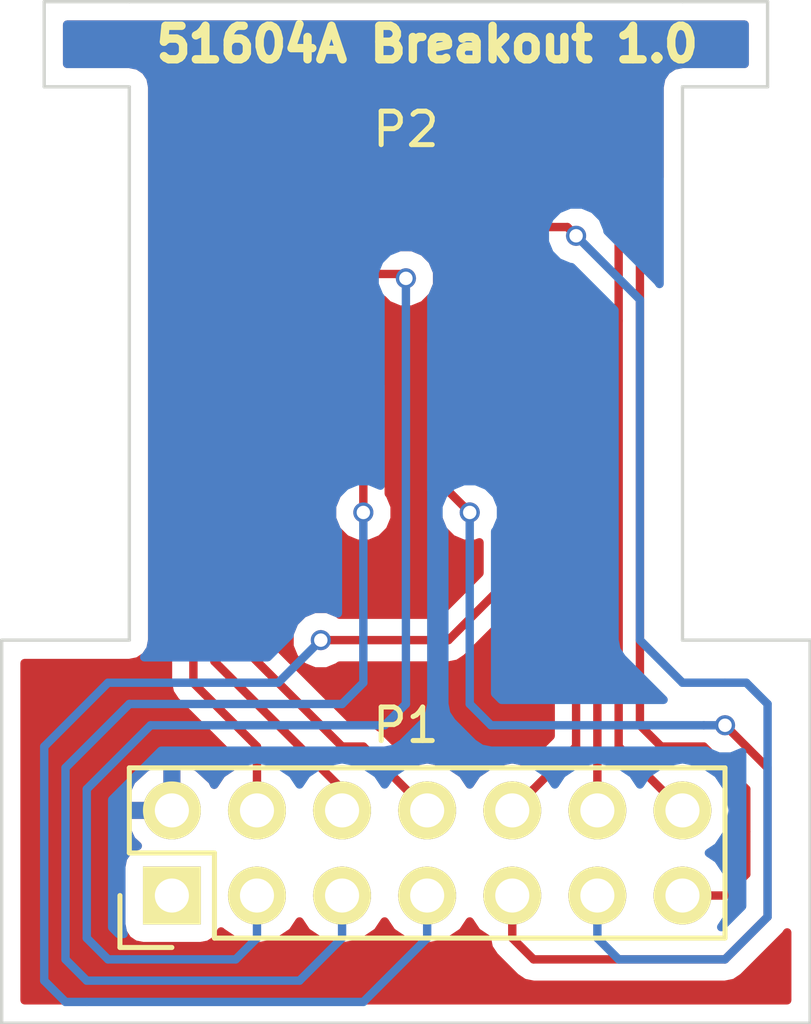
<source format=kicad_pcb>
(kicad_pcb (version 4) (host pcbnew 0.201506122246+5743~23~ubuntu14.04.1-product)

  (general
    (links 13)
    (no_connects 0)
    (area 31.086667 32.969999 58.470001 63.550001)
    (thickness 1.6)
    (drawings 15)
    (tracks 129)
    (zones 0)
    (modules 2)
    (nets 15)
  )

  (page A4)
  (layers
    (0 F.Cu signal)
    (31 B.Cu signal)
    (32 B.Adhes user)
    (33 F.Adhes user)
    (34 B.Paste user)
    (35 F.Paste user)
    (36 B.SilkS user)
    (37 F.SilkS user)
    (38 B.Mask user)
    (39 F.Mask user)
    (40 Dwgs.User user)
    (41 Cmts.User user)
    (42 Eco1.User user)
    (43 Eco2.User user)
    (44 Edge.Cuts user)
    (45 Margin user)
    (46 B.CrtYd user)
    (47 F.CrtYd user)
    (48 B.Fab user)
    (49 F.Fab user)
  )

  (setup
    (last_trace_width 0.25)
    (trace_clearance 0.2)
    (zone_clearance 0.508)
    (zone_45_only no)
    (trace_min 0.2)
    (segment_width 0.2)
    (edge_width 0.1)
    (via_size 0.6)
    (via_drill 0.4)
    (via_min_size 0.4)
    (via_min_drill 0.3)
    (uvia_size 0.3)
    (uvia_drill 0.1)
    (uvias_allowed no)
    (uvia_min_size 0.2)
    (uvia_min_drill 0.1)
    (pcb_text_width 0.3)
    (pcb_text_size 1.5 1.5)
    (mod_edge_width 0.15)
    (mod_text_size 1 1)
    (mod_text_width 0.15)
    (pad_size 1.5 1.5)
    (pad_drill 0.6)
    (pad_to_mask_clearance 0)
    (aux_axis_origin 0 0)
    (visible_elements FFFFFF7F)
    (pcbplotparams
      (layerselection 0x00000_00000001)
      (usegerberextensions false)
      (excludeedgelayer false)
      (linewidth 0.100000)
      (plotframeref false)
      (viasonmask false)
      (mode 1)
      (useauxorigin false)
      (hpglpennumber 1)
      (hpglpenspeed 20)
      (hpglpendiameter 15)
      (hpglpenoverlay 2)
      (psnegative false)
      (psa4output false)
      (plotreference true)
      (plotvalue true)
      (plotinvisibletext false)
      (padsonsilk false)
      (subtractmaskfromsilk false)
      (outputformat 4)
      (mirror false)
      (drillshape 0)
      (scaleselection 1)
      (outputdirectory ""))
  )

  (net 0 "")
  (net 1 "Net-(P1-Pad1)")
  (net 2 /VCC)
  (net 3 "Net-(P1-Pad3)")
  (net 4 "Net-(P1-Pad4)")
  (net 5 "Net-(P1-Pad5)")
  (net 6 "Net-(P1-Pad6)")
  (net 7 "Net-(P1-Pad7)")
  (net 8 "Net-(P1-Pad8)")
  (net 9 "Net-(P1-Pad9)")
  (net 10 "Net-(P1-Pad10)")
  (net 11 "Net-(P1-Pad11)")
  (net 12 "Net-(P1-Pad12)")
  (net 13 "Net-(P1-Pad13)")
  (net 14 "Net-(P1-Pad14)")

  (net_class Default "This is the default net class."
    (clearance 0.2)
    (trace_width 0.25)
    (via_dia 0.6)
    (via_drill 0.4)
    (uvia_dia 0.3)
    (uvia_drill 0.1)
    (add_net "Net-(P1-Pad1)")
    (add_net "Net-(P1-Pad10)")
    (add_net "Net-(P1-Pad11)")
    (add_net "Net-(P1-Pad12)")
    (add_net "Net-(P1-Pad13)")
    (add_net "Net-(P1-Pad14)")
    (add_net "Net-(P1-Pad3)")
    (add_net "Net-(P1-Pad4)")
    (add_net "Net-(P1-Pad5)")
    (add_net "Net-(P1-Pad6)")
    (add_net "Net-(P1-Pad7)")
    (add_net "Net-(P1-Pad8)")
    (add_net "Net-(P1-Pad9)")
  )

  (net_class VCC ""
    (clearance 0.2)
    (trace_width 0.5)
    (via_dia 0.6)
    (via_drill 0.4)
    (uvia_dia 0.3)
    (uvia_drill 0.1)
    (add_net /VCC)
  )

  (module Pin_Headers:Pin_Header_Straight_2x07 (layer F.Cu) (tedit 55842672) (tstamp 5583F767)
    (at 39.37 59.69 90)
    (descr "Through hole pin header")
    (tags "pin header")
    (path /5582B2A2)
    (fp_text reference P1 (at 5.08 6.985 180) (layer F.SilkS)
      (effects (font (size 1 1) (thickness 0.15)))
    )
    (fp_text value CONN_02X07 (at 1.905 -3.175 90) (layer F.Fab)
      (effects (font (size 1 1) (thickness 0.15)))
    )
    (fp_line (start -1.75 -1.75) (end -1.75 17) (layer F.CrtYd) (width 0.05))
    (fp_line (start 4.3 -1.75) (end 4.3 17) (layer F.CrtYd) (width 0.05))
    (fp_line (start -1.75 -1.75) (end 4.3 -1.75) (layer F.CrtYd) (width 0.05))
    (fp_line (start -1.75 17) (end 4.3 17) (layer F.CrtYd) (width 0.05))
    (fp_line (start 3.81 16.51) (end 3.81 -1.27) (layer F.SilkS) (width 0.15))
    (fp_line (start -1.27 1.27) (end -1.27 16.51) (layer F.SilkS) (width 0.15))
    (fp_line (start 3.81 16.51) (end -1.27 16.51) (layer F.SilkS) (width 0.15))
    (fp_line (start 3.81 -1.27) (end 1.27 -1.27) (layer F.SilkS) (width 0.15))
    (fp_line (start 0 -1.55) (end -1.55 -1.55) (layer F.SilkS) (width 0.15))
    (fp_line (start 1.27 -1.27) (end 1.27 1.27) (layer F.SilkS) (width 0.15))
    (fp_line (start 1.27 1.27) (end -1.27 1.27) (layer F.SilkS) (width 0.15))
    (fp_line (start -1.55 -1.55) (end -1.55 0) (layer F.SilkS) (width 0.15))
    (pad 1 thru_hole rect (at 0 0 90) (size 1.7272 1.7272) (drill 1.016) (layers *.Cu *.Mask F.SilkS)
      (net 1 "Net-(P1-Pad1)"))
    (pad 2 thru_hole oval (at 2.54 0 90) (size 1.7272 1.7272) (drill 1.016) (layers *.Cu *.Mask F.SilkS)
      (net 2 /VCC))
    (pad 3 thru_hole oval (at 0 2.54 90) (size 1.7272 1.7272) (drill 1.016) (layers *.Cu *.Mask F.SilkS)
      (net 3 "Net-(P1-Pad3)"))
    (pad 4 thru_hole oval (at 2.54 2.54 90) (size 1.7272 1.7272) (drill 1.016) (layers *.Cu *.Mask F.SilkS)
      (net 4 "Net-(P1-Pad4)"))
    (pad 5 thru_hole oval (at 0 5.08 90) (size 1.7272 1.7272) (drill 1.016) (layers *.Cu *.Mask F.SilkS)
      (net 5 "Net-(P1-Pad5)"))
    (pad 6 thru_hole oval (at 2.54 5.08 90) (size 1.7272 1.7272) (drill 1.016) (layers *.Cu *.Mask F.SilkS)
      (net 6 "Net-(P1-Pad6)"))
    (pad 7 thru_hole oval (at 0 7.62 90) (size 1.7272 1.7272) (drill 1.016) (layers *.Cu *.Mask F.SilkS)
      (net 7 "Net-(P1-Pad7)"))
    (pad 8 thru_hole oval (at 2.54 7.62 90) (size 1.7272 1.7272) (drill 1.016) (layers *.Cu *.Mask F.SilkS)
      (net 8 "Net-(P1-Pad8)"))
    (pad 9 thru_hole oval (at 0 10.16 90) (size 1.7272 1.7272) (drill 1.016) (layers *.Cu *.Mask F.SilkS)
      (net 9 "Net-(P1-Pad9)"))
    (pad 10 thru_hole oval (at 2.54 10.16 90) (size 1.7272 1.7272) (drill 1.016) (layers *.Cu *.Mask F.SilkS)
      (net 10 "Net-(P1-Pad10)"))
    (pad 11 thru_hole oval (at 0 12.7 90) (size 1.7272 1.7272) (drill 1.016) (layers *.Cu *.Mask F.SilkS)
      (net 11 "Net-(P1-Pad11)"))
    (pad 12 thru_hole oval (at 2.54 12.7 90) (size 1.7272 1.7272) (drill 1.016) (layers *.Cu *.Mask F.SilkS)
      (net 12 "Net-(P1-Pad12)"))
    (pad 13 thru_hole oval (at 0 15.24 90) (size 1.7272 1.7272) (drill 1.016) (layers *.Cu *.Mask F.SilkS)
      (net 13 "Net-(P1-Pad13)"))
    (pad 14 thru_hole oval (at 2.54 15.24 90) (size 1.7272 1.7272) (drill 1.016) (layers *.Cu *.Mask F.SilkS)
      (net 14 "Net-(P1-Pad14)"))
    (model Pin_Headers.3dshapes/Pin_Header_Straight_2x07.wrl
      (at (xyz 0.05 -0.3 0))
      (scale (xyz 1 1 1))
      (rotate (xyz 0 0 90))
    )
  )

  (module myParts:SpringContact (layer F.Cu) (tedit 55842667) (tstamp 5583F778)
    (at 44.45 45.72)
    (path /5582DC46)
    (fp_text reference P2 (at 1.905 -8.89) (layer F.SilkS)
      (effects (font (size 1 1) (thickness 0.15)))
    )
    (fp_text value Printhead (at 1.905 1.27) (layer F.Fab)
      (effects (font (size 1 1) (thickness 0.15)))
    )
    (pad 5 smd rect (at -1.05 -0.375) (size 2.1 0.75) (layers F.Cu F.Paste F.Mask)
      (net 8 "Net-(P1-Pad8)"))
    (pad 4 smd rect (at -1.05 -1.775) (size 2.1 0.75) (layers F.Cu F.Paste F.Mask)
      (net 5 "Net-(P1-Pad5)"))
    (pad 3 smd rect (at -1.05 -3.175) (size 2.1 0.75) (layers F.Cu F.Paste F.Mask)
      (net 6 "Net-(P1-Pad6)"))
    (pad 2 smd rect (at -1.05 -4.575) (size 2.1 0.75) (layers F.Cu F.Paste F.Mask)
      (net 3 "Net-(P1-Pad3)"))
    (pad 1 smd rect (at -1.05 -5.975) (size 2.1 0.75) (layers F.Cu F.Paste F.Mask)
      (net 4 "Net-(P1-Pad4)"))
    (pad 13 smd rect (at -1.05 -7.575) (size 2.1 0.75) (layers F.Cu F.Paste F.Mask)
      (net 2 /VCC))
    (pad 12 smd rect (at 4.86 -8.775) (size 2.1 0.75) (layers F.Cu F.Paste F.Mask)
      (net 13 "Net-(P1-Pad13)"))
    (pad 6 smd rect (at 4.86 -0.375) (size 2.1 0.75) (layers F.Cu F.Paste F.Mask)
      (net 7 "Net-(P1-Pad7)"))
    (pad 7 smd rect (at 4.86 -1.775) (size 2.1 0.75) (layers F.Cu F.Paste F.Mask)
      (net 10 "Net-(P1-Pad10)"))
    (pad 8 smd rect (at 4.86 -3.175) (size 2.1 0.75) (layers F.Cu F.Paste F.Mask)
      (net 9 "Net-(P1-Pad9)"))
    (pad 9 smd rect (at 4.86 -4.575) (size 2.1 0.75) (layers F.Cu F.Paste F.Mask)
      (net 12 "Net-(P1-Pad12)"))
    (pad 10 smd rect (at 4.86 -5.975) (size 2.1 0.75) (layers F.Cu F.Paste F.Mask)
      (net 11 "Net-(P1-Pad11)"))
    (pad 11 smd rect (at 4.86 -7.375) (size 2.1 0.75) (layers F.Cu F.Paste F.Mask)
      (net 14 "Net-(P1-Pad14)"))
  )

  (gr_text "51604A Breakout 1.0" (at 46.99 34.29) (layer F.SilkS)
    (effects (font (size 1 1) (thickness 0.25)))
  )
  (gr_line (start 57.15 33.02) (end 54.61 33.02) (angle 90) (layer Edge.Cuts) (width 0.1))
  (gr_line (start 57.15 35.56) (end 57.15 33.02) (angle 90) (layer Edge.Cuts) (width 0.1))
  (gr_line (start 54.61 35.56) (end 57.15 35.56) (angle 90) (layer Edge.Cuts) (width 0.1))
  (gr_line (start 35.56 33.02) (end 38.1 33.02) (angle 90) (layer Edge.Cuts) (width 0.1))
  (gr_line (start 35.56 35.56) (end 35.56 33.02) (angle 90) (layer Edge.Cuts) (width 0.1))
  (gr_line (start 38.1 35.56) (end 35.56 35.56) (angle 90) (layer Edge.Cuts) (width 0.1))
  (gr_line (start 38.1 35.56) (end 38.1 52.07) (angle 90) (layer Edge.Cuts) (width 0.1))
  (gr_line (start 54.61 35.56) (end 54.61 52.07) (angle 90) (layer Edge.Cuts) (width 0.1))
  (gr_line (start 58.42 52.07) (end 58.42 63.5) (angle 90) (layer Edge.Cuts) (width 0.1))
  (gr_line (start 54.61 52.07) (end 58.42 52.07) (angle 90) (layer Edge.Cuts) (width 0.1))
  (gr_line (start 34.29 52.07) (end 38.1 52.07) (angle 90) (layer Edge.Cuts) (width 0.1))
  (gr_line (start 34.29 63.5) (end 34.29 52.07) (angle 90) (layer Edge.Cuts) (width 0.1))
  (gr_line (start 58.42 63.5) (end 34.29 63.5) (angle 90) (layer Edge.Cuts) (width 0.1))
  (gr_line (start 38.1 33.02) (end 54.61 33.02) (angle 90) (layer Edge.Cuts) (width 0.1))

  (segment (start 43.4 41.145) (end 43.53 41.275) (width 0.25) (layer F.Cu) (net 3))
  (segment (start 46.225 41.145) (end 43.4 41.145) (width 0.25) (layer F.Cu) (net 3) (tstamp 55842510))
  (segment (start 45.72 54.61) (end 46.355 53.975) (width 0.25) (layer B.Cu) (net 3))
  (segment (start 43.815 54.61) (end 45.72 54.61) (width 0.25) (layer B.Cu) (net 3) (tstamp 558419B4))
  (segment (start 41.91 59.69) (end 41.91 60.96) (width 0.25) (layer B.Cu) (net 3))
  (segment (start 36.83 56.515) (end 38.735 54.61) (width 0.25) (layer B.Cu) (net 3) (tstamp 558418DF))
  (segment (start 36.83 60.96) (end 36.83 56.515) (width 0.25) (layer B.Cu) (net 3) (tstamp 558418DD))
  (segment (start 37.465 61.595) (end 36.83 60.96) (width 0.25) (layer B.Cu) (net 3) (tstamp 558418DC))
  (segment (start 38.1 61.595) (end 37.465 61.595) (width 0.25) (layer B.Cu) (net 3) (tstamp 558418DB))
  (segment (start 41.275 61.595) (end 38.1 61.595) (width 0.25) (layer B.Cu) (net 3) (tstamp 558418D9))
  (segment (start 41.91 60.96) (end 41.275 61.595) (width 0.25) (layer B.Cu) (net 3) (tstamp 558418D8))
  (segment (start 38.735 54.61) (end 43.815 54.61) (width 0.25) (layer B.Cu) (net 3))
  (via (at 46.355 41.275) (size 0.6) (layers F.Cu B.Cu) (net 3))
  (segment (start 46.355 53.975) (end 46.355 41.275) (width 0.25) (layer B.Cu) (net 3) (tstamp 55841BCA))
  (segment (start 46.355 41.275) (end 46.225 41.145) (width 0.25) (layer F.Cu) (net 3))
  (segment (start 43.66 40.005) (end 43.4 39.745) (width 0.25) (layer F.Cu) (net 4) (tstamp 55840A6E))
  (segment (start 40.012502 53.347502) (end 40.012502 41.267498) (width 0.25) (layer F.Cu) (net 4) (tstamp 5584177F))
  (segment (start 40.012502 41.267498) (end 40.64 40.64) (width 0.25) (layer F.Cu) (net 4) (tstamp 55841784))
  (segment (start 41.275 40.005) (end 41.535 39.745) (width 0.25) (layer F.Cu) (net 4))
  (segment (start 41.91 55.245) (end 40.64 53.975) (width 0.25) (layer F.Cu) (net 4) (tstamp 55841684))
  (segment (start 40.64 40.64) (end 41.275 40.005) (width 0.25) (layer F.Cu) (net 4) (tstamp 5584168C))
  (segment (start 41.91 55.245) (end 41.91 57.15) (width 0.25) (layer F.Cu) (net 4))
  (segment (start 43.4 39.745) (end 41.535 39.745) (width 0.25) (layer F.Cu) (net 4) (tstamp 558416AC))
  (segment (start 40.64 53.975) (end 40.012502 53.347502) (width 0.25) (layer F.Cu) (net 4))
  (segment (start 43.945 43.945) (end 43.4 43.945) (width 0.25) (layer F.Cu) (net 5) (tstamp 55841C28))
  (segment (start 45.085 53.34) (end 45.085 48.26) (width 0.25) (layer B.Cu) (net 5) (tstamp 558424D2))
  (segment (start 36.195 55.88) (end 38.1 53.975) (width 0.25) (layer B.Cu) (net 5))
  (segment (start 44.58 43.945) (end 43.4 43.945) (width 0.25) (layer F.Cu) (net 5) (tstamp 55841C31))
  (segment (start 45.085 44.45) (end 45.085 45.085) (width 0.25) (layer F.Cu) (net 5))
  (segment (start 44.45 60.96) (end 43.18 62.23) (width 0.25) (layer B.Cu) (net 5) (tstamp 558419E3))
  (segment (start 43.18 62.23) (end 37.465 62.23) (width 0.25) (layer B.Cu) (net 5) (tstamp 558419E4))
  (segment (start 37.465 62.23) (end 36.83 62.23) (width 0.25) (layer B.Cu) (net 5) (tstamp 558419E5))
  (segment (start 36.83 62.23) (end 36.195 61.595) (width 0.25) (layer B.Cu) (net 5) (tstamp 558419E6))
  (segment (start 36.195 61.595) (end 36.195 55.88) (width 0.25) (layer B.Cu) (net 5) (tstamp 558419E7))
  (segment (start 44.45 59.69) (end 44.45 60.96) (width 0.25) (layer B.Cu) (net 5))
  (segment (start 45.085 48.26) (end 45.085 45.085) (width 0.25) (layer F.Cu) (net 5) (tstamp 55841C25))
  (via (at 45.085 48.26) (size 0.6) (layers F.Cu B.Cu) (net 5))
  (segment (start 45.085 44.45) (end 44.58 43.945) (width 0.25) (layer F.Cu) (net 5))
  (segment (start 42.995002 53.975) (end 44.45 53.975) (width 0.25) (layer B.Cu) (net 5) (tstamp 55841EF9))
  (segment (start 38.1 53.975) (end 42.995002 53.975) (width 0.25) (layer B.Cu) (net 5) (tstamp 55841EF7))
  (segment (start 44.45 53.975) (end 45.085 53.34) (width 0.25) (layer B.Cu) (net 5))
  (segment (start 42.545 42.545) (end 43.4 42.545) (width 0.25) (layer F.Cu) (net 6) (tstamp 5584009F))
  (segment (start 43.18 55.245) (end 40.64 52.705) (width 0.25) (layer F.Cu) (net 6) (tstamp 558417AE))
  (segment (start 40.64 52.705) (end 40.64 43.815) (width 0.25) (layer F.Cu) (net 6) (tstamp 558417AF))
  (segment (start 41.275 43.18) (end 40.64 43.815) (width 0.25) (layer F.Cu) (net 6))
  (segment (start 41.91 42.545) (end 43.4 42.545) (width 0.25) (layer F.Cu) (net 6) (tstamp 558416D5))
  (segment (start 44.45 56.515) (end 44.45 56.515) (width 0.25) (layer F.Cu) (net 6))
  (segment (start 41.275 43.18) (end 41.91 42.545) (width 0.25) (layer F.Cu) (net 6))
  (segment (start 44.45 56.515) (end 43.18 55.245) (width 0.25) (layer F.Cu) (net 6))
  (segment (start 44.45 57.15) (end 44.45 56.515) (width 0.25) (layer F.Cu) (net 6))
  (segment (start 42.545 53.34) (end 37.465 53.34) (width 0.25) (layer B.Cu) (net 7) (tstamp 558425FC))
  (segment (start 49.31 50.385) (end 49.31 45.345) (width 0.25) (layer F.Cu) (net 7) (tstamp 55841C3D))
  (via (at 43.815 52.07) (size 0.6) (layers F.Cu B.Cu) (net 7))
  (segment (start 43.815 52.07) (end 47.625 52.07) (width 0.25) (layer F.Cu) (net 7) (tstamp 55841C0C))
  (segment (start 47.625 52.07) (end 49.31 50.385) (width 0.25) (layer F.Cu) (net 7))
  (segment (start 46.99 59.69) (end 46.99 60.96) (width 0.25) (layer B.Cu) (net 7))
  (segment (start 35.56 62.23) (end 35.56 55.245) (width 0.25) (layer B.Cu) (net 7) (tstamp 55841A0E))
  (segment (start 36.195 62.865) (end 35.56 62.23) (width 0.25) (layer B.Cu) (net 7) (tstamp 55841A0C))
  (segment (start 36.83 62.865) (end 36.195 62.865) (width 0.25) (layer B.Cu) (net 7) (tstamp 55841A0A))
  (segment (start 45.085 62.865) (end 36.83 62.865) (width 0.25) (layer B.Cu) (net 7) (tstamp 55841A08))
  (segment (start 46.99 60.96) (end 45.085 62.865) (width 0.25) (layer B.Cu) (net 7) (tstamp 55841A05))
  (segment (start 35.56 55.245) (end 37.465 53.34) (width 0.25) (layer B.Cu) (net 7))
  (segment (start 43.815 52.07) (end 42.545 53.34) (width 0.25) (layer B.Cu) (net 7))
  (segment (start 46.99 57.15) (end 46.99 57.15) (width 0.25) (layer F.Cu) (net 8))
  (segment (start 45.085 55.245) (end 44.45 55.245) (width 0.25) (layer F.Cu) (net 8) (tstamp 558425D2))
  (segment (start 41.275 52.07) (end 44.45 55.245) (width 0.25) (layer F.Cu) (net 8))
  (segment (start 42.285 45.345) (end 43.4 45.345) (width 0.25) (layer F.Cu) (net 8) (tstamp 55841858))
  (segment (start 41.275 52.07) (end 41.275 46.355) (width 0.25) (layer F.Cu) (net 8) (tstamp 5584184C))
  (segment (start 41.275 46.355) (end 42.285 45.345) (width 0.25) (layer F.Cu) (net 8))
  (segment (start 46.99 57.15) (end 45.085 55.245) (width 0.25) (layer F.Cu) (net 8))
  (segment (start 49.31 42.545) (end 48.26 42.545) (width 0.25) (layer F.Cu) (net 9))
  (via (at 55.88 54.61) (size 0.6) (layers F.Cu B.Cu) (net 9))
  (segment (start 55.88 54.61) (end 57.15 55.88) (width 0.25) (layer F.Cu) (net 9) (tstamp 55841D97))
  (segment (start 57.15 55.88) (end 57.15 60.325) (width 0.25) (layer F.Cu) (net 9) (tstamp 55841D98))
  (segment (start 57.15 60.325) (end 55.88 61.595) (width 0.25) (layer F.Cu) (net 9) (tstamp 55841D99))
  (segment (start 55.88 61.595) (end 50.165 61.595) (width 0.25) (layer F.Cu) (net 9) (tstamp 55841D9B))
  (segment (start 50.165 61.595) (end 49.53 60.96) (width 0.25) (layer F.Cu) (net 9) (tstamp 55841D9C))
  (segment (start 49.53 60.96) (end 49.53 59.69) (width 0.25) (layer F.Cu) (net 9) (tstamp 55841D9E))
  (segment (start 55.245 54.61) (end 48.895 54.61) (width 0.25) (layer B.Cu) (net 9))
  (segment (start 47.625 47.625) (end 48.26 48.26) (width 0.25) (layer F.Cu) (net 9))
  (segment (start 47.625 43.18) (end 47.625 47.625) (width 0.25) (layer F.Cu) (net 9) (tstamp 55841C87))
  (segment (start 48.26 42.545) (end 47.625 43.18) (width 0.25) (layer F.Cu) (net 9) (tstamp 55841C85))
  (segment (start 48.26 48.26) (end 48.26 53.975) (width 0.25) (layer B.Cu) (net 9) (tstamp 55841CD6))
  (via (at 48.26 48.26) (size 0.6) (layers F.Cu B.Cu) (net 9))
  (segment (start 48.895 54.61) (end 48.26 53.975) (width 0.25) (layer B.Cu) (net 9))
  (segment (start 55.245 54.61) (end 55.88 54.61) (width 0.25) (layer B.Cu) (net 9))
  (segment (start 50.295 43.945) (end 49.31 43.945) (width 0.25) (layer F.Cu) (net 10) (tstamp 5584012B))
  (segment (start 50.165 56.515) (end 51.435 55.245) (width 0.25) (layer F.Cu) (net 10) (tstamp 5584011D))
  (segment (start 51.435 55.245) (end 51.435 45.085) (width 0.25) (layer F.Cu) (net 10) (tstamp 55840127))
  (segment (start 51.435 45.085) (end 50.295 43.945) (width 0.25) (layer F.Cu) (net 10) (tstamp 5584012A))
  (segment (start 49.53 57.15) (end 50.165 56.515) (width 0.25) (layer F.Cu) (net 10))
  (segment (start 57.15 60.325) (end 57.15 53.975) (width 0.25) (layer B.Cu) (net 11) (tstamp 55841DA6))
  (segment (start 57.15 53.975) (end 56.515 53.34) (width 0.25) (layer B.Cu) (net 11) (tstamp 55841DA8))
  (segment (start 56.515 53.34) (end 55.88 53.34) (width 0.25) (layer B.Cu) (net 11) (tstamp 55841DAA))
  (segment (start 53.34 52.07) (end 54.61 53.34) (width 0.25) (layer B.Cu) (net 11))
  (segment (start 52.07 60.96) (end 52.705 61.595) (width 0.25) (layer B.Cu) (net 11) (tstamp 55840520))
  (segment (start 52.705 61.595) (end 55.88 61.595) (width 0.25) (layer B.Cu) (net 11) (tstamp 55840521))
  (segment (start 55.88 61.595) (end 57.15 60.325) (width 0.25) (layer B.Cu) (net 11) (tstamp 55840523))
  (segment (start 53.34 52.07) (end 53.34 41.91) (width 0.25) (layer B.Cu) (net 11) (tstamp 5584052F))
  (segment (start 53.34 41.91) (end 51.435 40.005) (width 0.25) (layer B.Cu) (net 11) (tstamp 55840537))
  (via (at 51.435 40.005) (size 0.6) (layers F.Cu B.Cu) (net 11))
  (segment (start 51.435 40.005) (end 51.175 39.745) (width 0.25) (layer F.Cu) (net 11) (tstamp 5584053A))
  (segment (start 51.175 39.745) (end 49.31 39.745) (width 0.25) (layer F.Cu) (net 11) (tstamp 5584053B))
  (segment (start 52.07 59.69) (end 52.07 60.96) (width 0.25) (layer B.Cu) (net 11))
  (segment (start 54.61 53.34) (end 55.88 53.34) (width 0.25) (layer B.Cu) (net 11) (tstamp 55841D64))
  (segment (start 57.15 60.325) (end 57.15 60.325) (width 0.25) (layer B.Cu) (net 11))
  (segment (start 52.07 54.61) (end 52.07 53.975) (width 0.25) (layer F.Cu) (net 12) (tstamp 558400CB))
  (segment (start 52.07 53.975) (end 52.036671 42.543246) (width 0.25) (layer F.Cu) (net 12) (tstamp 558400CD))
  (segment (start 52.036671 42.543246) (end 50.67 41.145) (width 0.25) (layer F.Cu) (net 12) (tstamp 558400CF))
  (segment (start 50.67 41.145) (end 49.31 41.145) (width 0.25) (layer F.Cu) (net 12) (tstamp 558400D2))
  (segment (start 52.07 57.15) (end 52.07 54.61) (width 0.25) (layer F.Cu) (net 12))
  (segment (start 56.515 56.515) (end 56.515 57.785) (width 0.25) (layer F.Cu) (net 13) (tstamp 55841D14))
  (segment (start 53.34 54.61) (end 53.975 55.245) (width 0.25) (layer F.Cu) (net 13))
  (segment (start 51.55 36.945) (end 53.34 38.735) (width 0.25) (layer F.Cu) (net 13) (tstamp 558400AA))
  (segment (start 53.34 38.735) (end 53.34 54.61) (width 0.25) (layer F.Cu) (net 13) (tstamp 558400AD))
  (segment (start 51.55 36.945) (end 49.31 36.945) (width 0.25) (layer F.Cu) (net 13))
  (segment (start 53.975 55.245) (end 55.245 55.245) (width 0.25) (layer F.Cu) (net 13) (tstamp 55841D0A))
  (segment (start 54.61 59.69) (end 55.88 59.69) (width 0.25) (layer F.Cu) (net 13) (tstamp 558400BA))
  (segment (start 56.515 59.055) (end 55.88 59.69) (width 0.25) (layer F.Cu) (net 13) (tstamp 558400B8))
  (segment (start 56.515 57.785) (end 56.515 59.055) (width 0.25) (layer F.Cu) (net 13) (tstamp 558400B6))
  (segment (start 55.245 55.245) (end 56.515 56.515) (width 0.25) (layer F.Cu) (net 13))
  (segment (start 51.68 38.345) (end 49.31 38.345) (width 0.25) (layer F.Cu) (net 14) (tstamp 55840605))
  (segment (start 54.61 57.15) (end 52.705 55.245) (width 0.25) (layer F.Cu) (net 14))
  (segment (start 52.705 39.37) (end 52.07 38.735) (width 0.25) (layer F.Cu) (net 14) (tstamp 558405F6))
  (segment (start 52.705 40.005) (end 52.705 39.37) (width 0.25) (layer F.Cu) (net 14) (tstamp 558405F1))
  (segment (start 52.705 42.545) (end 52.705 40.005) (width 0.25) (layer F.Cu) (net 14) (tstamp 558405EF))
  (segment (start 52.705 53.34) (end 52.705 42.545) (width 0.25) (layer F.Cu) (net 14) (tstamp 558405EE))
  (segment (start 52.705 55.245) (end 52.705 53.34) (width 0.25) (layer F.Cu) (net 14) (tstamp 558405EC))
  (segment (start 52.07 38.735) (end 51.68 38.345) (width 0.25) (layer F.Cu) (net 14))

  (zone (net 2) (net_name /VCC) (layer F.Cu) (tstamp 5587C683) (hatch edge 0.508)
    (connect_pads (clearance 0.508))
    (min_thickness 0.254)
    (fill yes (arc_segments 16) (thermal_gap 0.508) (thermal_bridge_width 0.508))
    (polygon
      (pts
        (xy 58.42 63.5) (xy 34.29 63.5) (xy 34.29 52.07) (xy 38.1 52.07) (xy 38.1 35.56)
        (xy 35.56 35.56) (xy 35.56 33.02) (xy 57.15 33.02) (xy 57.15 35.56) (xy 54.61 35.56)
        (xy 54.61 52.07) (xy 58.42 52.07)
      )
    )
    (filled_polygon
      (pts
        (xy 56.465 34.875) (xy 56.465 34.875) (xy 54.61 34.875) (xy 54.347862 34.927143) (xy 54.125632 35.075632)
        (xy 53.977143 35.297862) (xy 53.925 35.56) (xy 53.925 38.268836) (xy 53.877401 38.197599) (xy 52.087401 36.407599)
        (xy 51.840839 36.242852) (xy 51.55 36.185) (xy 50.866608 36.185) (xy 50.820673 36.115073) (xy 50.60964 35.972623)
        (xy 50.36 35.92256) (xy 48.26 35.92256) (xy 48.017877 35.969537) (xy 47.805073 36.109327) (xy 47.662623 36.32036)
        (xy 47.61256 36.57) (xy 47.61256 37.32) (xy 47.659537 37.562123) (xy 47.713739 37.644635) (xy 47.662623 37.72036)
        (xy 47.61256 37.97) (xy 47.61256 38.72) (xy 47.659537 38.962123) (xy 47.713739 39.044635) (xy 47.662623 39.12036)
        (xy 47.61256 39.37) (xy 47.61256 40.12) (xy 47.659537 40.362123) (xy 47.713739 40.444635) (xy 47.662623 40.52036)
        (xy 47.61256 40.77) (xy 47.61256 41.52) (xy 47.659537 41.762123) (xy 47.713739 41.844635) (xy 47.662623 41.92036)
        (xy 47.625695 42.104503) (xy 47.087599 42.642599) (xy 46.922852 42.889161) (xy 46.865 43.18) (xy 46.865 47.625)
        (xy 46.922852 47.915839) (xy 47.087599 48.162401) (xy 47.324878 48.39968) (xy 47.324838 48.445167) (xy 47.466883 48.788943)
        (xy 47.729673 49.052192) (xy 48.073201 49.194838) (xy 48.445167 49.195162) (xy 48.55 49.151846) (xy 48.55 50.070198)
        (xy 47.310198 51.31) (xy 44.377463 51.31) (xy 44.345327 51.277808) (xy 44.001799 51.135162) (xy 43.629833 51.134838)
        (xy 43.286057 51.276883) (xy 43.022808 51.539673) (xy 42.880162 51.883201) (xy 42.879838 52.255167) (xy 43.021883 52.598943)
        (xy 43.284673 52.862192) (xy 43.628201 53.004838) (xy 44.000167 53.005162) (xy 44.343943 52.863117) (xy 44.377118 52.83)
        (xy 47.625 52.83) (xy 47.915839 52.772148) (xy 48.162401 52.607401) (xy 49.847401 50.922401) (xy 50.012148 50.675839)
        (xy 50.07 50.385) (xy 50.07 46.36744) (xy 50.36 46.36744) (xy 50.602123 46.320463) (xy 50.675 46.27259)
        (xy 50.675 54.930198) (xy 49.907973 55.697225) (xy 49.53 55.622041) (xy 48.956511 55.736115) (xy 48.47033 56.060971)
        (xy 48.26 56.375752) (xy 48.04967 56.060971) (xy 47.563489 55.736115) (xy 46.99 55.622041) (xy 46.612027 55.697225)
        (xy 45.622401 54.707599) (xy 45.375839 54.542852) (xy 45.085 54.485) (xy 44.764802 54.485) (xy 42.035 51.755198)
        (xy 42.035 46.669802) (xy 42.339473 46.365329) (xy 42.35 46.36744) (xy 44.325 46.36744) (xy 44.325 47.697537)
        (xy 44.292808 47.729673) (xy 44.150162 48.073201) (xy 44.149838 48.445167) (xy 44.291883 48.788943) (xy 44.554673 49.052192)
        (xy 44.898201 49.194838) (xy 45.270167 49.195162) (xy 45.613943 49.053117) (xy 45.877192 48.790327) (xy 46.019838 48.446799)
        (xy 46.020162 48.074833) (xy 45.878117 47.731057) (xy 45.845 47.697882) (xy 45.845 44.45) (xy 45.787148 44.159161)
        (xy 45.622401 43.912599) (xy 45.117401 43.407599) (xy 45.058264 43.368085) (xy 45.050463 43.327877) (xy 44.996261 43.245365)
        (xy 45.047377 43.16964) (xy 45.09744 42.92) (xy 45.09744 42.17) (xy 45.050463 41.927877) (xy 45.035435 41.905)
        (xy 45.662764 41.905) (xy 45.824673 42.067192) (xy 46.168201 42.209838) (xy 46.540167 42.210162) (xy 46.883943 42.068117)
        (xy 47.147192 41.805327) (xy 47.289838 41.461799) (xy 47.290162 41.089833) (xy 47.148117 40.746057) (xy 46.885327 40.482808)
        (xy 46.541799 40.340162) (xy 46.169833 40.339838) (xy 46.060532 40.385) (xy 45.037009 40.385) (xy 45.047377 40.36964)
        (xy 45.09744 40.12) (xy 45.09744 39.37) (xy 45.050463 39.127877) (xy 44.927435 38.94059) (xy 44.988327 38.879699)
        (xy 45.085 38.64631) (xy 45.085 38.43075) (xy 44.92625 38.272) (xy 43.527 38.272) (xy 43.527 38.292)
        (xy 43.273 38.292) (xy 43.273 38.272) (xy 41.87375 38.272) (xy 41.715 38.43075) (xy 41.715 38.64631)
        (xy 41.811673 38.879699) (xy 41.873404 38.941429) (xy 41.843993 38.985) (xy 41.535 38.985) (xy 41.244161 39.042852)
        (xy 40.997599 39.207599) (xy 39.475101 40.730097) (xy 39.310354 40.976659) (xy 39.252502 41.267498) (xy 39.252502 53.347502)
        (xy 39.310354 53.638341) (xy 39.475101 53.884903) (xy 41.15 55.559802) (xy 41.15 55.860738) (xy 40.85033 56.060971)
        (xy 40.634336 56.384228) (xy 40.576821 56.26151) (xy 40.144947 55.867312) (xy 39.729026 55.695042) (xy 39.497 55.816183)
        (xy 39.497 57.023) (xy 39.517 57.023) (xy 39.517 57.277) (xy 39.497 57.277) (xy 39.497 57.297)
        (xy 39.243 57.297) (xy 39.243 57.277) (xy 38.035531 57.277) (xy 37.915032 57.509027) (xy 38.163179 58.03849)
        (xy 38.350264 58.209254) (xy 38.264277 58.225937) (xy 38.051473 58.365727) (xy 37.909023 58.57676) (xy 37.85896 58.8264)
        (xy 37.85896 60.5536) (xy 37.905937 60.795723) (xy 38.045727 61.008527) (xy 38.25676 61.150977) (xy 38.5064 61.20104)
        (xy 40.2336 61.20104) (xy 40.475723 61.154063) (xy 40.688527 61.014273) (xy 40.830977 60.80324) (xy 40.839179 60.76234)
        (xy 40.85033 60.779029) (xy 41.336511 61.103885) (xy 41.91 61.217959) (xy 42.483489 61.103885) (xy 42.96967 60.779029)
        (xy 43.18 60.464248) (xy 43.39033 60.779029) (xy 43.876511 61.103885) (xy 44.45 61.217959) (xy 45.023489 61.103885)
        (xy 45.50967 60.779029) (xy 45.72 60.464248) (xy 45.93033 60.779029) (xy 46.416511 61.103885) (xy 46.99 61.217959)
        (xy 47.563489 61.103885) (xy 48.04967 60.779029) (xy 48.26 60.464248) (xy 48.47033 60.779029) (xy 48.774419 60.982215)
        (xy 48.827852 61.250839) (xy 48.992599 61.497401) (xy 49.627599 62.132401) (xy 49.874161 62.297148) (xy 50.165 62.355)
        (xy 55.88 62.355) (xy 56.170839 62.297148) (xy 56.417401 62.132401) (xy 57.687401 60.862401) (xy 57.735 60.791164)
        (xy 57.735 62.815) (xy 34.975 62.815) (xy 34.975 55.695042) (xy 39.010974 55.695042) (xy 38.595053 55.867312)
        (xy 38.163179 56.26151) (xy 37.915032 56.790973) (xy 38.035531 57.023) (xy 39.243 57.023) (xy 39.243 55.816183)
        (xy 39.010974 55.695042) (xy 34.975 55.695042) (xy 34.975 52.755) (xy 38.1 52.755) (xy 38.362138 52.702857)
        (xy 38.584368 52.554368) (xy 38.732857 52.332138) (xy 38.785 52.07) (xy 38.785 37.135) (xy 42.223691 37.135)
        (xy 41.990302 37.231673) (xy 41.811673 37.410301) (xy 41.715 37.64369) (xy 41.715 37.85925) (xy 41.87375 38.018)
        (xy 43.273 38.018) (xy 43.273 37.29375) (xy 43.11425 37.135) (xy 43.68575 37.135) (xy 43.527 37.29375)
        (xy 43.527 38.018) (xy 44.92625 38.018) (xy 45.085 37.85925) (xy 45.085 37.64369) (xy 44.988327 37.410301)
        (xy 44.809698 37.231673) (xy 44.576309 37.135) (xy 43.68575 37.135) (xy 43.11425 37.135) (xy 43.11425 37.135)
        (xy 42.223691 37.135) (xy 38.785 37.135) (xy 38.785 35.56) (xy 38.732857 35.297862) (xy 38.584368 35.075632)
        (xy 38.362138 34.927143) (xy 38.1 34.875) (xy 36.245 34.875) (xy 36.245 33.705) (xy 56.465 33.705)
        (xy 56.465 34.875)
      )
    )
  )
  (zone (net 2) (net_name /VCC) (layer B.Cu) (tstamp 5587C6A2) (hatch edge 0.508)
    (connect_pads (clearance 0.508))
    (min_thickness 0.254)
    (fill yes (arc_segments 16) (thermal_gap 0.508) (thermal_bridge_width 0.508))
    (polygon
      (pts
        (xy 58.42 63.5) (xy 34.29 63.5) (xy 34.29 52.07) (xy 38.1 52.07) (xy 38.1 35.56)
        (xy 35.56 35.56) (xy 35.56 33.02) (xy 57.15 33.02) (xy 57.15 35.56) (xy 54.61 35.56)
        (xy 54.61 52.07) (xy 58.42 52.07)
      )
    )
    (filled_polygon
      (pts
        (xy 56.465 34.875) (xy 56.465 34.875) (xy 54.61 34.875) (xy 54.347862 34.927143) (xy 54.125632 35.075632)
        (xy 53.977143 35.297862) (xy 53.925 35.56) (xy 53.925 41.443836) (xy 53.877401 41.372599) (xy 52.370122 39.86532)
        (xy 52.370162 39.819833) (xy 52.228117 39.476057) (xy 51.965327 39.212808) (xy 51.621799 39.070162) (xy 51.249833 39.069838)
        (xy 50.906057 39.211883) (xy 50.642808 39.474673) (xy 50.500162 39.818201) (xy 50.499838 40.190167) (xy 50.641883 40.533943)
        (xy 50.904673 40.797192) (xy 51.248201 40.939838) (xy 51.295077 40.939879) (xy 52.58 42.224802) (xy 52.58 52.07)
        (xy 52.637852 52.360839) (xy 52.802599 52.607401) (xy 54.045198 53.85) (xy 49.209802 53.85) (xy 49.02 53.660198)
        (xy 49.02 48.822463) (xy 49.052192 48.790327) (xy 49.194838 48.446799) (xy 49.195162 48.074833) (xy 49.053117 47.731057)
        (xy 48.790327 47.467808) (xy 48.446799 47.325162) (xy 48.074833 47.324838) (xy 47.731057 47.466883) (xy 47.467808 47.729673)
        (xy 47.325162 48.073201) (xy 47.324838 48.445167) (xy 47.466883 48.788943) (xy 47.5 48.822118) (xy 47.5 53.975)
        (xy 47.557852 54.265839) (xy 47.722599 54.512401) (xy 48.357599 55.147401) (xy 48.604161 55.312148) (xy 48.895 55.37)
        (xy 55.317537 55.37) (xy 55.349673 55.402192) (xy 55.693201 55.544838) (xy 56.065167 55.545162) (xy 56.39 55.410944)
        (xy 56.39 60.010198) (xy 55.767335 60.632863) (xy 55.994526 60.292848) (xy 56.1086 59.719359) (xy 56.1086 59.660641)
        (xy 55.994526 59.087152) (xy 55.66967 58.600971) (xy 55.398828 58.42) (xy 55.66967 58.239029) (xy 55.994526 57.752848)
        (xy 56.1086 57.179359) (xy 56.1086 57.120641) (xy 55.994526 56.547152) (xy 55.66967 56.060971) (xy 55.183489 55.736115)
        (xy 54.61 55.622041) (xy 54.036511 55.736115) (xy 53.55033 56.060971) (xy 53.34 56.375752) (xy 53.12967 56.060971)
        (xy 52.643489 55.736115) (xy 52.07 55.622041) (xy 51.496511 55.736115) (xy 51.01033 56.060971) (xy 50.8 56.375752)
        (xy 50.58967 56.060971) (xy 50.103489 55.736115) (xy 49.53 55.622041) (xy 48.956511 55.736115) (xy 48.47033 56.060971)
        (xy 48.26 56.375752) (xy 48.04967 56.060971) (xy 47.563489 55.736115) (xy 46.99 55.622041) (xy 46.416511 55.736115)
        (xy 45.93033 56.060971) (xy 45.72 56.375752) (xy 45.50967 56.060971) (xy 45.023489 55.736115) (xy 44.45 55.622041)
        (xy 43.876511 55.736115) (xy 43.39033 56.060971) (xy 43.18 56.375752) (xy 42.96967 56.060971) (xy 42.483489 55.736115)
        (xy 41.91 55.622041) (xy 41.336511 55.736115) (xy 40.85033 56.060971) (xy 40.634336 56.384228) (xy 40.576821 56.26151)
        (xy 40.144947 55.867312) (xy 39.729026 55.695042) (xy 39.497 55.816183) (xy 39.497 57.023) (xy 39.517 57.023)
        (xy 39.517 57.277) (xy 39.497 57.277) (xy 39.497 57.297) (xy 39.243 57.297) (xy 39.243 57.277)
        (xy 38.035531 57.277) (xy 37.915032 57.509027) (xy 38.163179 58.03849) (xy 38.350264 58.209254) (xy 38.264277 58.225937)
        (xy 38.051473 58.365727) (xy 37.909023 58.57676) (xy 37.85896 58.8264) (xy 37.85896 60.5536) (xy 37.905937 60.795723)
        (xy 37.931738 60.835) (xy 37.779802 60.835) (xy 37.59 60.645198) (xy 37.59 56.829802) (xy 38.72476 55.695042)
        (xy 39.010974 55.695042) (xy 38.595053 55.867312) (xy 38.163179 56.26151) (xy 37.915032 56.790973) (xy 38.035531 57.023)
        (xy 39.243 57.023) (xy 39.243 55.816183) (xy 39.010974 55.695042) (xy 38.72476 55.695042) (xy 39.049802 55.37)
        (xy 45.72 55.37) (xy 46.010839 55.312148) (xy 46.257401 55.147401) (xy 46.892401 54.512401) (xy 47.057148 54.265839)
        (xy 47.115 53.975) (xy 47.115 41.837463) (xy 47.147192 41.805327) (xy 47.289838 41.461799) (xy 47.290162 41.089833)
        (xy 47.148117 40.746057) (xy 46.885327 40.482808) (xy 46.541799 40.340162) (xy 46.169833 40.339838) (xy 45.826057 40.481883)
        (xy 45.562808 40.744673) (xy 45.420162 41.088201) (xy 45.419838 41.460167) (xy 45.561883 41.803943) (xy 45.595 41.837118)
        (xy 45.595 47.459367) (xy 45.271799 47.325162) (xy 44.899833 47.324838) (xy 44.556057 47.466883) (xy 44.292808 47.729673)
        (xy 44.150162 48.073201) (xy 44.149838 48.445167) (xy 44.291883 48.788943) (xy 44.325 48.822118) (xy 44.325 51.269367)
        (xy 44.001799 51.135162) (xy 43.629833 51.134838) (xy 43.286057 51.276883) (xy 43.022808 51.539673) (xy 42.880162 51.883201)
        (xy 42.880121 51.930077) (xy 42.230198 52.58) (xy 38.546007 52.58) (xy 38.584368 52.554368) (xy 38.732857 52.332138)
        (xy 38.785 52.07) (xy 38.785 35.56) (xy 38.732857 35.297862) (xy 38.584368 35.075632) (xy 38.362138 34.927143)
        (xy 38.1 34.875) (xy 36.245 34.875) (xy 36.245 33.705) (xy 56.465 33.705) (xy 56.465 34.875)
      )
    )
  )
)

</source>
